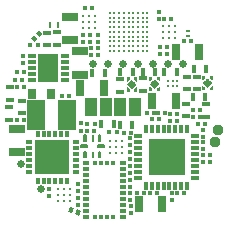
<source format=gts>
G75*
%MOIN*%
%OFA0B0*%
%FSLAX25Y25*%
%IPPOS*%
%LPD*%
%AMOC8*
5,1,8,0,0,1.08239X$1,22.5*
%
%ADD10C,0.01184*%
%ADD11R,0.02956X0.05318*%
%ADD12R,0.01381X0.01775*%
%ADD13R,0.01775X0.01381*%
%ADD14R,0.01381X0.02169*%
%ADD15R,0.02169X0.01381*%
%ADD16R,0.11224X0.11224*%
%ADD17R,0.12405X0.12405*%
%ADD18R,0.02562X0.01184*%
%ADD19R,0.01184X0.02562*%
%ADD20C,0.00200*%
%ADD21R,0.05318X0.02956*%
%ADD22R,0.02956X0.01184*%
%ADD23R,0.06696X0.09570*%
%ADD24R,0.01145X0.02129*%
%ADD25R,0.02562X0.01775*%
%ADD26R,0.06106X0.10043*%
%ADD27R,0.02956X0.03743*%
%ADD28R,0.01578X0.00987*%
%ADD29R,0.01775X0.02562*%
%ADD30C,0.00592*%
%ADD31C,0.00494*%
%ADD32C,0.00691*%
%ADD33C,0.01106*%
%ADD34C,0.02562*%
%ADD35C,0.03743*%
%ADD36R,0.04137X0.06106*%
%ADD37R,0.02070X0.01184*%
%ADD38R,0.01184X0.01676*%
D10*
X0052528Y0030087D03*
X0054496Y0030087D03*
X0054496Y0032056D03*
X0052528Y0032056D03*
X0052528Y0034024D03*
X0054496Y0034024D03*
X0056465Y0034024D03*
X0056465Y0032056D03*
X0056465Y0030087D03*
X0069851Y0046229D03*
X0069851Y0048197D03*
X0071819Y0048197D03*
X0071819Y0046229D03*
X0073788Y0046229D03*
X0073788Y0048197D03*
X0073788Y0050166D03*
X0071819Y0050166D03*
X0069851Y0050166D03*
X0087567Y0084418D03*
X0087567Y0086386D03*
X0087567Y0088355D03*
X0089536Y0088355D03*
X0091504Y0088355D03*
X0091504Y0086386D03*
X0089536Y0086386D03*
X0089536Y0084418D03*
X0091504Y0084418D03*
X0064733Y0087961D03*
X0062764Y0087961D03*
X0060796Y0087961D03*
X0060796Y0089930D03*
X0060796Y0091898D03*
X0062764Y0091898D03*
X0062764Y0089930D03*
X0064733Y0089930D03*
X0064733Y0091898D03*
D11*
X0091662Y0079811D03*
X0099536Y0079811D03*
X0091780Y0063394D03*
X0083906Y0063394D03*
X0067685Y0067764D03*
X0059811Y0067764D03*
X0079378Y0029063D03*
X0087252Y0029063D03*
D12*
X0085520Y0032869D03*
X0083158Y0032869D03*
X0081150Y0032961D03*
X0078788Y0032961D03*
X0092095Y0032764D03*
X0094457Y0032764D03*
X0100756Y0043276D03*
X0103119Y0043276D03*
X0103119Y0045441D03*
X0100756Y0045441D03*
X0101544Y0055874D03*
X0099181Y0055874D03*
X0099654Y0058079D03*
X0097292Y0058079D03*
X0097292Y0060481D03*
X0099654Y0060481D03*
X0092213Y0059103D03*
X0089851Y0059103D03*
X0088158Y0059615D03*
X0085796Y0059615D03*
X0084418Y0059615D03*
X0082056Y0059615D03*
X0083709Y0057528D03*
X0086071Y0057528D03*
X0089851Y0056898D03*
X0092213Y0056898D03*
X0076662Y0052922D03*
X0074300Y0052922D03*
X0071937Y0053040D03*
X0069575Y0053040D03*
X0064536Y0053630D03*
X0062174Y0053630D03*
X0062252Y0055874D03*
X0064615Y0055874D03*
X0056111Y0065244D03*
X0053748Y0065244D03*
X0041189Y0068237D03*
X0038827Y0068237D03*
X0038040Y0070599D03*
X0040402Y0070599D03*
X0041189Y0073197D03*
X0038827Y0073197D03*
X0043237Y0082213D03*
X0045599Y0082213D03*
G36*
X0045524Y0084152D02*
X0044548Y0083176D01*
X0043294Y0084430D01*
X0044270Y0085406D01*
X0045524Y0084152D01*
G37*
G36*
X0047195Y0085823D02*
X0046219Y0084847D01*
X0044965Y0086101D01*
X0045941Y0087077D01*
X0047195Y0085823D01*
G37*
X0061504Y0094615D03*
X0063867Y0094615D03*
X0087764Y0090993D03*
X0090126Y0090993D03*
X0094260Y0083591D03*
X0096622Y0083591D03*
X0040993Y0057134D03*
X0038630Y0057134D03*
G36*
X0057157Y0026076D02*
X0055861Y0026548D01*
X0056467Y0028214D01*
X0057763Y0027742D01*
X0057157Y0026076D01*
G37*
G36*
X0059377Y0025268D02*
X0058081Y0025740D01*
X0058687Y0027406D01*
X0059983Y0026934D01*
X0059377Y0025268D01*
G37*
D13*
X0059142Y0028709D03*
X0059142Y0031071D03*
X0059181Y0033552D03*
X0059181Y0035914D03*
X0049496Y0034300D03*
X0049496Y0031937D03*
X0076583Y0032725D03*
X0076583Y0034851D03*
X0076583Y0037213D03*
X0076583Y0039418D03*
X0076583Y0041780D03*
X0076583Y0044024D03*
X0076583Y0046386D03*
X0076583Y0048709D03*
X0076583Y0051071D03*
X0060126Y0053670D03*
X0060126Y0056032D03*
X0040678Y0076032D03*
X0040678Y0078394D03*
X0060697Y0083104D03*
X0063119Y0083119D03*
X0063433Y0081268D03*
X0065717Y0081229D03*
X0065796Y0083119D03*
X0065796Y0085481D03*
X0063119Y0085481D03*
X0060697Y0085466D03*
X0063433Y0078906D03*
X0065717Y0078867D03*
X0086307Y0079024D03*
X0086307Y0081386D03*
X0088721Y0081386D03*
X0088721Y0079024D03*
X0086032Y0090835D03*
X0086032Y0093197D03*
X0100914Y0053867D03*
X0100914Y0051504D03*
X0100914Y0049930D03*
X0100914Y0047567D03*
X0090336Y0032804D03*
X0090336Y0030441D03*
X0076583Y0030363D03*
X0076622Y0028552D03*
X0076622Y0026189D03*
D14*
X0055469Y0036926D03*
X0053500Y0036926D03*
X0051531Y0036926D03*
X0049563Y0036926D03*
X0047594Y0036926D03*
X0045626Y0036926D03*
X0045626Y0052674D03*
X0047594Y0052674D03*
X0049563Y0052674D03*
X0051531Y0052674D03*
X0053500Y0052674D03*
X0055469Y0052674D03*
D15*
X0058421Y0049722D03*
X0058421Y0047753D03*
X0058421Y0045785D03*
X0058421Y0043816D03*
X0058421Y0041848D03*
X0058421Y0039879D03*
X0042673Y0039879D03*
X0042673Y0041848D03*
X0042673Y0043816D03*
X0042673Y0045785D03*
X0042673Y0047753D03*
X0042673Y0049722D03*
D16*
X0050547Y0044800D03*
D17*
X0088590Y0044793D03*
D18*
X0098039Y0043809D03*
X0098039Y0041841D03*
X0098039Y0039872D03*
X0098039Y0037904D03*
X0098039Y0045778D03*
X0098039Y0047746D03*
X0098039Y0049715D03*
X0098039Y0051683D03*
X0079141Y0051683D03*
X0079141Y0049715D03*
X0079141Y0047746D03*
X0079141Y0045778D03*
X0079141Y0043809D03*
X0079141Y0041841D03*
X0079141Y0039872D03*
X0079141Y0037904D03*
D19*
X0081700Y0035344D03*
X0083669Y0035344D03*
X0085637Y0035344D03*
X0087606Y0035344D03*
X0089574Y0035344D03*
X0091543Y0035344D03*
X0093511Y0035344D03*
X0095480Y0035344D03*
X0095480Y0054242D03*
X0093511Y0054242D03*
X0091543Y0054242D03*
X0089574Y0054242D03*
X0087606Y0054242D03*
X0085637Y0054242D03*
X0083669Y0054242D03*
X0081700Y0054242D03*
D20*
X0078493Y0066800D02*
X0077863Y0066800D01*
X0077863Y0067390D01*
X0078493Y0068020D01*
X0078493Y0066800D01*
X0078493Y0066955D02*
X0077863Y0066955D01*
X0077863Y0067153D02*
X0078493Y0067153D01*
X0078493Y0067352D02*
X0077863Y0067352D01*
X0078022Y0067550D02*
X0078493Y0067550D01*
X0078493Y0067749D02*
X0078221Y0067749D01*
X0078420Y0067947D02*
X0078493Y0067947D01*
X0077873Y0068741D02*
X0075923Y0068741D01*
X0075725Y0068940D02*
X0078071Y0068940D01*
X0078234Y0069103D02*
X0076898Y0070439D01*
X0075562Y0069103D01*
X0076898Y0067767D01*
X0078234Y0069103D01*
X0078199Y0069138D02*
X0075597Y0069138D01*
X0075796Y0069337D02*
X0078000Y0069337D01*
X0077802Y0069535D02*
X0075994Y0069535D01*
X0076193Y0069734D02*
X0077603Y0069734D01*
X0077405Y0069932D02*
X0076391Y0069932D01*
X0076590Y0070131D02*
X0077206Y0070131D01*
X0077008Y0070329D02*
X0076788Y0070329D01*
X0075933Y0070815D02*
X0075933Y0071406D01*
X0075304Y0071406D01*
X0075304Y0070185D01*
X0075933Y0070815D01*
X0075933Y0070925D02*
X0075304Y0070925D01*
X0075304Y0071123D02*
X0075933Y0071123D01*
X0075933Y0071322D02*
X0075304Y0071322D01*
X0075304Y0070726D02*
X0075844Y0070726D01*
X0075646Y0070528D02*
X0075304Y0070528D01*
X0075304Y0070329D02*
X0075447Y0070329D01*
X0076122Y0068543D02*
X0077674Y0068543D01*
X0077476Y0068344D02*
X0076320Y0068344D01*
X0076519Y0068146D02*
X0077277Y0068146D01*
X0077079Y0067947D02*
X0076717Y0067947D01*
X0075933Y0067390D02*
X0075933Y0066800D01*
X0075304Y0066800D01*
X0075304Y0068020D01*
X0075933Y0067390D01*
X0075933Y0067352D02*
X0075304Y0067352D01*
X0075304Y0067550D02*
X0075774Y0067550D01*
X0075575Y0067749D02*
X0075304Y0067749D01*
X0075304Y0067947D02*
X0075377Y0067947D01*
X0075304Y0067153D02*
X0075933Y0067153D01*
X0075933Y0066955D02*
X0075304Y0066955D01*
X0078493Y0070185D02*
X0077863Y0070815D01*
X0077863Y0071406D01*
X0078493Y0071406D01*
X0078493Y0070185D01*
X0078493Y0070329D02*
X0078349Y0070329D01*
X0078493Y0070528D02*
X0078150Y0070528D01*
X0077952Y0070726D02*
X0078493Y0070726D01*
X0078493Y0070925D02*
X0077863Y0070925D01*
X0077863Y0071123D02*
X0078493Y0071123D01*
X0078493Y0071322D02*
X0077863Y0071322D01*
X0082863Y0071322D02*
X0083493Y0071322D01*
X0083493Y0071520D02*
X0082863Y0071520D01*
X0082863Y0071642D02*
X0083493Y0071642D01*
X0083493Y0071052D01*
X0082863Y0070422D01*
X0082863Y0071642D01*
X0082863Y0071123D02*
X0083493Y0071123D01*
X0083366Y0070925D02*
X0082863Y0070925D01*
X0082863Y0070726D02*
X0083167Y0070726D01*
X0082969Y0070528D02*
X0082863Y0070528D01*
X0083516Y0069734D02*
X0085399Y0069734D01*
X0085597Y0069535D02*
X0083317Y0069535D01*
X0083121Y0069339D02*
X0084457Y0070675D01*
X0085793Y0069339D01*
X0084457Y0068003D01*
X0083121Y0069339D01*
X0083123Y0069337D02*
X0085791Y0069337D01*
X0085592Y0069138D02*
X0083322Y0069138D01*
X0083520Y0068940D02*
X0085394Y0068940D01*
X0085195Y0068741D02*
X0083719Y0068741D01*
X0083917Y0068543D02*
X0084997Y0068543D01*
X0084798Y0068344D02*
X0084116Y0068344D01*
X0084314Y0068146D02*
X0084600Y0068146D01*
X0085422Y0067626D02*
X0085422Y0067036D01*
X0086052Y0067036D01*
X0086052Y0068256D01*
X0085422Y0067626D01*
X0085422Y0067550D02*
X0086052Y0067550D01*
X0086052Y0067352D02*
X0085422Y0067352D01*
X0085422Y0067153D02*
X0086052Y0067153D01*
X0086052Y0067749D02*
X0085544Y0067749D01*
X0085742Y0067947D02*
X0086052Y0067947D01*
X0086052Y0068146D02*
X0085941Y0068146D01*
X0085200Y0069932D02*
X0083714Y0069932D01*
X0083913Y0070131D02*
X0085002Y0070131D01*
X0084803Y0070329D02*
X0084111Y0070329D01*
X0084310Y0070528D02*
X0084605Y0070528D01*
X0085422Y0071052D02*
X0085422Y0071642D01*
X0086052Y0071642D01*
X0086052Y0070422D01*
X0085422Y0071052D01*
X0085422Y0071123D02*
X0086052Y0071123D01*
X0086052Y0070925D02*
X0085548Y0070925D01*
X0085747Y0070726D02*
X0086052Y0070726D01*
X0086052Y0070528D02*
X0085946Y0070528D01*
X0086052Y0071322D02*
X0085422Y0071322D01*
X0085422Y0071520D02*
X0086052Y0071520D01*
X0082863Y0068256D02*
X0083493Y0067626D01*
X0083493Y0067036D01*
X0082863Y0067036D01*
X0082863Y0068256D01*
X0082863Y0068146D02*
X0082973Y0068146D01*
X0082863Y0067947D02*
X0083172Y0067947D01*
X0083370Y0067749D02*
X0082863Y0067749D01*
X0082863Y0067550D02*
X0083493Y0067550D01*
X0083493Y0067352D02*
X0082863Y0067352D01*
X0082863Y0067153D02*
X0083493Y0067153D01*
X0100500Y0067351D02*
X0101130Y0067351D01*
X0101130Y0067941D01*
X0100500Y0068571D01*
X0100500Y0067351D01*
X0100500Y0067352D02*
X0101130Y0067352D01*
X0101130Y0067550D02*
X0100500Y0067550D01*
X0100500Y0067749D02*
X0101130Y0067749D01*
X0101125Y0067947D02*
X0100500Y0067947D01*
X0100500Y0068146D02*
X0100926Y0068146D01*
X0100728Y0068344D02*
X0100500Y0068344D01*
X0100500Y0068543D02*
X0100529Y0068543D01*
X0101274Y0069138D02*
X0102915Y0069138D01*
X0102717Y0068940D02*
X0101473Y0068940D01*
X0101671Y0068741D02*
X0102518Y0068741D01*
X0102320Y0068543D02*
X0101870Y0068543D01*
X0102068Y0068344D02*
X0102121Y0068344D01*
X0102095Y0068318D02*
X0100759Y0069654D01*
X0102095Y0070990D01*
X0103431Y0069654D01*
X0102095Y0068318D01*
X0103059Y0067941D02*
X0103059Y0067351D01*
X0103689Y0067351D01*
X0103689Y0068571D01*
X0103059Y0067941D01*
X0103065Y0067947D02*
X0103689Y0067947D01*
X0103689Y0067749D02*
X0103059Y0067749D01*
X0103059Y0067550D02*
X0103689Y0067550D01*
X0103689Y0067352D02*
X0103059Y0067352D01*
X0103264Y0068146D02*
X0103689Y0068146D01*
X0103689Y0068344D02*
X0103462Y0068344D01*
X0103661Y0068543D02*
X0103689Y0068543D01*
X0103114Y0069337D02*
X0101076Y0069337D01*
X0100877Y0069535D02*
X0103312Y0069535D01*
X0103351Y0069734D02*
X0100838Y0069734D01*
X0101037Y0069932D02*
X0103153Y0069932D01*
X0102954Y0070131D02*
X0101235Y0070131D01*
X0101434Y0070329D02*
X0102756Y0070329D01*
X0102557Y0070528D02*
X0101632Y0070528D01*
X0101831Y0070726D02*
X0102359Y0070726D01*
X0102160Y0070925D02*
X0102029Y0070925D01*
X0101130Y0071367D02*
X0101130Y0071957D01*
X0100500Y0071957D01*
X0100500Y0070737D01*
X0101130Y0071367D01*
X0101086Y0071322D02*
X0100500Y0071322D01*
X0100500Y0071520D02*
X0101130Y0071520D01*
X0101130Y0071719D02*
X0100500Y0071719D01*
X0100500Y0071917D02*
X0101130Y0071917D01*
X0100887Y0071123D02*
X0100500Y0071123D01*
X0100500Y0070925D02*
X0100689Y0070925D01*
X0103059Y0071367D02*
X0103059Y0071957D01*
X0103689Y0071957D01*
X0103689Y0070737D01*
X0103059Y0071367D01*
X0103104Y0071322D02*
X0103689Y0071322D01*
X0103689Y0071520D02*
X0103059Y0071520D01*
X0103059Y0071719D02*
X0103689Y0071719D01*
X0103689Y0071917D02*
X0103059Y0071917D01*
X0103303Y0071123D02*
X0103689Y0071123D01*
X0103689Y0070925D02*
X0103501Y0070925D01*
D21*
X0059654Y0072331D03*
X0059654Y0080205D03*
X0056307Y0083748D03*
X0056307Y0091622D03*
X0038591Y0054300D03*
X0038591Y0046426D03*
D22*
X0043670Y0070678D03*
X0043670Y0072646D03*
X0043670Y0074615D03*
X0043670Y0076583D03*
X0043670Y0078552D03*
X0054693Y0078552D03*
X0054693Y0076583D03*
X0054693Y0074615D03*
X0054693Y0072646D03*
X0054693Y0070678D03*
D23*
X0049181Y0074615D03*
D24*
X0049831Y0088945D03*
X0052390Y0088945D03*
D25*
X0051977Y0086400D03*
X0048748Y0086321D03*
X0048748Y0082121D03*
X0051977Y0082200D03*
X0036583Y0068211D03*
X0036583Y0064011D03*
X0036189Y0061518D03*
X0040284Y0059444D03*
X0036189Y0057318D03*
X0040284Y0063644D03*
X0072961Y0066609D03*
X0072961Y0070809D03*
X0080756Y0071045D03*
X0080756Y0066845D03*
X0095323Y0067475D03*
X0098630Y0067475D03*
X0098630Y0071675D03*
X0095323Y0071675D03*
X0094969Y0062581D03*
X0094969Y0058381D03*
X0101819Y0058263D03*
X0101819Y0062463D03*
D26*
X0055323Y0058945D03*
X0045087Y0058945D03*
D27*
X0043788Y0065993D03*
X0050244Y0065993D03*
D28*
X0095717Y0085126D03*
X0095717Y0086701D03*
D29*
X0097711Y0074103D03*
X0101911Y0074103D03*
X0091990Y0073040D03*
X0087790Y0073040D03*
X0084904Y0073315D03*
X0080704Y0073315D03*
X0077266Y0073315D03*
X0073066Y0073315D03*
X0068053Y0072922D03*
X0063853Y0072922D03*
X0066727Y0055796D03*
X0070927Y0055796D03*
X0073026Y0055402D03*
X0077226Y0055402D03*
X0097318Y0064772D03*
X0101518Y0064772D03*
D30*
X0066564Y0050343D02*
X0065972Y0050343D01*
X0065972Y0052115D01*
X0066564Y0052115D01*
X0066564Y0050343D01*
X0066564Y0050934D02*
X0065972Y0050934D01*
X0065972Y0051525D02*
X0066564Y0051525D01*
X0061840Y0050343D02*
X0061248Y0050343D01*
X0061248Y0052115D01*
X0061840Y0052115D01*
X0061840Y0050343D01*
X0061840Y0050934D02*
X0061248Y0050934D01*
X0061248Y0051525D02*
X0061840Y0051525D01*
X0061840Y0046603D02*
X0061248Y0046603D01*
X0061840Y0046603D02*
X0061840Y0044831D01*
X0061248Y0044831D01*
X0061248Y0046603D01*
X0061248Y0045422D02*
X0061840Y0045422D01*
X0061840Y0046013D02*
X0061248Y0046013D01*
X0065972Y0046603D02*
X0066564Y0046603D01*
X0066564Y0044831D01*
X0065972Y0044831D01*
X0065972Y0046603D01*
X0065972Y0045422D02*
X0066564Y0045422D01*
X0066564Y0046013D02*
X0065972Y0046013D01*
D31*
X0064152Y0046652D02*
X0063660Y0046652D01*
X0064152Y0046652D02*
X0064152Y0044782D01*
X0063660Y0044782D01*
X0063660Y0046652D01*
X0063660Y0045275D02*
X0064152Y0045275D01*
X0064152Y0045768D02*
X0063660Y0045768D01*
X0063660Y0046261D02*
X0064152Y0046261D01*
X0064152Y0052164D02*
X0063660Y0052164D01*
X0064152Y0052164D02*
X0064152Y0050294D01*
X0063660Y0050294D01*
X0063660Y0052164D01*
X0063660Y0050787D02*
X0064152Y0050787D01*
X0064152Y0051280D02*
X0063660Y0051280D01*
X0063660Y0051773D02*
X0064152Y0051773D01*
D32*
X0065726Y0048818D02*
X0065726Y0048128D01*
X0065726Y0048818D02*
X0067598Y0048818D01*
X0067598Y0048128D01*
X0065726Y0048128D01*
X0065726Y0048818D02*
X0067598Y0048818D01*
X0060214Y0048818D02*
X0060214Y0048128D01*
X0060214Y0048818D02*
X0062086Y0048818D01*
X0062086Y0048128D01*
X0060214Y0048128D01*
X0060214Y0048818D02*
X0062086Y0048818D01*
D33*
X0089024Y0068630D03*
X0090599Y0068630D03*
X0092174Y0068630D03*
X0092174Y0070205D03*
X0090599Y0070205D03*
X0089024Y0070205D03*
X0082252Y0080284D03*
X0080678Y0080284D03*
X0079103Y0080284D03*
X0077528Y0080284D03*
X0075953Y0080284D03*
X0074378Y0080284D03*
X0072804Y0080284D03*
X0071229Y0080284D03*
X0069654Y0080284D03*
X0069654Y0081859D03*
X0069654Y0083433D03*
X0071229Y0083433D03*
X0071229Y0081859D03*
X0072804Y0081859D03*
X0074378Y0081859D03*
X0074378Y0083433D03*
X0072804Y0083433D03*
X0072804Y0085008D03*
X0074378Y0085008D03*
X0075953Y0085008D03*
X0075953Y0083433D03*
X0075953Y0081859D03*
X0077528Y0081859D03*
X0077528Y0083433D03*
X0079103Y0083433D03*
X0079103Y0081859D03*
X0080678Y0081859D03*
X0082252Y0081859D03*
X0082252Y0083433D03*
X0080678Y0083433D03*
X0080678Y0085008D03*
X0082252Y0085008D03*
X0082252Y0086583D03*
X0080678Y0086583D03*
X0080678Y0088158D03*
X0082252Y0088158D03*
X0082252Y0089733D03*
X0080678Y0089733D03*
X0079103Y0089733D03*
X0077528Y0089733D03*
X0075953Y0089733D03*
X0074378Y0089733D03*
X0072804Y0089733D03*
X0072804Y0088158D03*
X0074378Y0088158D03*
X0074378Y0086583D03*
X0072804Y0086583D03*
X0071229Y0086583D03*
X0071229Y0088158D03*
X0071229Y0089733D03*
X0069654Y0089733D03*
X0069654Y0088158D03*
X0069654Y0086583D03*
X0069654Y0085008D03*
X0071229Y0085008D03*
X0075953Y0086583D03*
X0075953Y0088158D03*
X0077528Y0088158D03*
X0079103Y0088158D03*
X0079103Y0086583D03*
X0077528Y0086583D03*
X0077528Y0085008D03*
X0079103Y0085008D03*
X0079103Y0091307D03*
X0080678Y0091307D03*
X0082252Y0091307D03*
X0082252Y0092882D03*
X0080678Y0092882D03*
X0079103Y0092882D03*
X0077528Y0092882D03*
X0077528Y0091307D03*
X0075953Y0091307D03*
X0074378Y0091307D03*
X0072804Y0091307D03*
X0071229Y0091307D03*
X0069654Y0091307D03*
X0069654Y0092882D03*
X0071229Y0092882D03*
X0072804Y0092882D03*
X0074378Y0092882D03*
X0075953Y0092882D03*
D34*
X0046819Y0034063D03*
X0040205Y0042567D03*
X0064221Y0075993D03*
X0069221Y0075993D03*
X0074221Y0075993D03*
X0079221Y0075993D03*
X0084221Y0075993D03*
X0089221Y0075993D03*
X0094221Y0075993D03*
D35*
X0105678Y0053709D03*
X0104608Y0049788D03*
D36*
X0078119Y0061386D03*
X0073000Y0061386D03*
X0068276Y0061386D03*
X0063552Y0061386D03*
D37*
X0061701Y0042725D03*
X0061701Y0040756D03*
X0061701Y0038788D03*
X0061701Y0036819D03*
X0061701Y0034851D03*
X0061701Y0032882D03*
X0061701Y0030914D03*
X0061701Y0028945D03*
X0061701Y0026977D03*
X0061701Y0025008D03*
X0073985Y0025008D03*
X0073985Y0026977D03*
X0073985Y0028945D03*
X0073985Y0030914D03*
X0073985Y0032882D03*
X0073985Y0034851D03*
X0073985Y0036819D03*
X0073985Y0038788D03*
X0073985Y0040756D03*
X0073985Y0042725D03*
D38*
X0070796Y0042922D03*
X0068827Y0042922D03*
X0066859Y0042922D03*
X0064890Y0042922D03*
X0064890Y0024811D03*
X0066859Y0024811D03*
X0068827Y0024811D03*
X0070796Y0024811D03*
M02*

</source>
